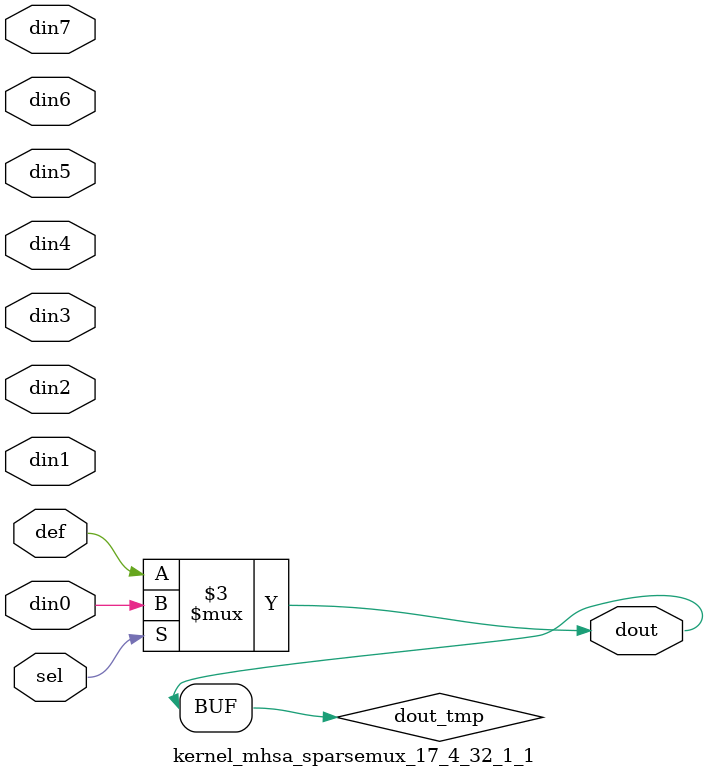
<source format=v>
`timescale 1ns / 1ps

module kernel_mhsa_sparsemux_17_4_32_1_1 (din0,din1,din2,din3,din4,din5,din6,din7,def,sel,dout);

parameter din0_WIDTH = 1;

parameter din1_WIDTH = 1;

parameter din2_WIDTH = 1;

parameter din3_WIDTH = 1;

parameter din4_WIDTH = 1;

parameter din5_WIDTH = 1;

parameter din6_WIDTH = 1;

parameter din7_WIDTH = 1;

parameter def_WIDTH = 1;
parameter sel_WIDTH = 1;
parameter dout_WIDTH = 1;

parameter [sel_WIDTH-1:0] CASE0 = 1;

parameter [sel_WIDTH-1:0] CASE1 = 1;

parameter [sel_WIDTH-1:0] CASE2 = 1;

parameter [sel_WIDTH-1:0] CASE3 = 1;

parameter [sel_WIDTH-1:0] CASE4 = 1;

parameter [sel_WIDTH-1:0] CASE5 = 1;

parameter [sel_WIDTH-1:0] CASE6 = 1;

parameter [sel_WIDTH-1:0] CASE7 = 1;

parameter ID = 1;
parameter NUM_STAGE = 1;



input [din0_WIDTH-1:0] din0;

input [din1_WIDTH-1:0] din1;

input [din2_WIDTH-1:0] din2;

input [din3_WIDTH-1:0] din3;

input [din4_WIDTH-1:0] din4;

input [din5_WIDTH-1:0] din5;

input [din6_WIDTH-1:0] din6;

input [din7_WIDTH-1:0] din7;

input [def_WIDTH-1:0] def;
input [sel_WIDTH-1:0] sel;

output [dout_WIDTH-1:0] dout;



reg [dout_WIDTH-1:0] dout_tmp;


always @ (*) begin
(* parallel_case *) case (sel)
    
    CASE0 : dout_tmp = din0;
    
    CASE1 : dout_tmp = din1;
    
    CASE2 : dout_tmp = din2;
    
    CASE3 : dout_tmp = din3;
    
    CASE4 : dout_tmp = din4;
    
    CASE5 : dout_tmp = din5;
    
    CASE6 : dout_tmp = din6;
    
    CASE7 : dout_tmp = din7;
    
    default : dout_tmp = def;
endcase
end


assign dout = dout_tmp;



endmodule

</source>
